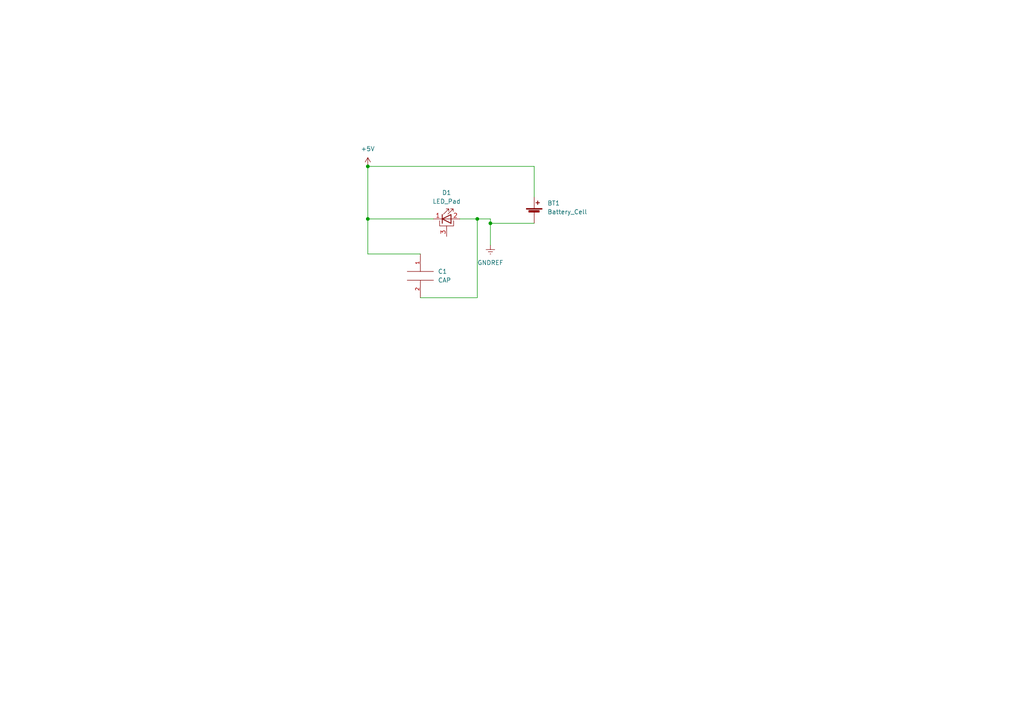
<source format=kicad_sch>
(kicad_sch (version 20211123) (generator eeschema)
  (paper "A4")
  (lib_symbols
    (symbol "Device:Battery_Cell" (pin_numbers hide) (pin_names (offset 0) hide)
      (property "Reference" "BT" (at 2.54 2.54 0))
      (property "Value" "Battery_Cell" (at 2.54 0 0))
      (symbol "Battery_Cell_0_1"
        (rectangle (start -2.286 1.778) (end 2.286 1.524) (fill (type outline)))
        (rectangle (start -1.5748 1.1938) (end 1.4732 0.6858) (fill (type outline)))
        (polyline (pts (xy 0 0.762) (xy 0 0)))
        (polyline (pts (xy 0 1.778) (xy 0 2.54)))
        (polyline (pts (xy 0.508 3.429) (xy 1.524 3.429)) (stroke (width 0.254)))
        (polyline (pts (xy 1.016 3.937) (xy 1.016 2.921)) (stroke (width 0.254)))
      )
      (symbol "Battery_Cell_1_1"
        (pin passive line (at 0 5.08 270) (length 2.54) (name "+") (number "1"))
        (pin passive line (at 0 -2.54 90) (length 2.54) (name "-") (number "2"))
      )
    )
    (symbol "Device:LED_Pad" (pin_names (offset 1.016) hide)
      (property "Reference" "D" (at 0 5.715 0))
      (property "Value" "LED_Pad" (at 0 3.81 0))
      (symbol "LED_Pad_0_1"
        (polyline (pts (xy -1.27 -1.27) (xy -1.27 1.27)) (stroke (width 0.254)))
        (polyline (pts (xy -1.27 0) (xy 1.27 0)))
        (polyline (pts (xy 0 -2.54) (xy 0 -2.032)))
        (polyline (pts (xy -2.032 -0.508) (xy -2.032 -2.032) (xy 2.032 -2.032) (xy 2.032 -0.508)))
        (polyline (pts (xy 1.27 -1.27) (xy 1.27 1.27) (xy -1.27 0) (xy 1.27 -1.27)) (stroke (width 0.254)))
        (polyline (pts (xy -0.889 1.397) (xy 0.635 2.921) (xy -0.127 2.921) (xy 0.635 2.921) (xy 0.635 2.159)))
        (polyline (pts (xy 0.381 1.397) (xy 1.905 2.921) (xy 1.143 2.921) (xy 1.905 2.921) (xy 1.905 2.159)))
      )
      (symbol "LED_Pad_1_1"
        (pin passive line (at -3.81 0 0) (length 2.54) (name "K") (number "1"))
        (pin passive line (at 3.81 0 180) (length 2.54) (name "A") (number "2"))
        (pin passive line (at 0 -5.08 90) (length 2.54) (name "PAD") (number "3"))
      )
    )
    (symbol "power:+5V" (power) (pin_names (offset 0))
      (property "Value" "+5V" (at 0 3.556 0))
      (symbol "+5V_0_1"
        (polyline (pts (xy -0.762 1.27) (xy 0 2.54)))
        (polyline (pts (xy 0 0) (xy 0 2.54)))
        (polyline (pts (xy 0 2.54) (xy 0.762 1.27)))
      )
      (symbol "+5V_1_1"
        (pin power_in line (at 0 0 90) (length 0) hide (name "+5V") (number "1"))
      )
    )
    (symbol "power:GNDREF" (power) (pin_names (offset 0))
      (property "Value" "GNDREF" (at 0 -3.81 0))
      (symbol "GNDREF_0_1"
        (polyline (pts (xy -0.635 -1.905) (xy 0.635 -1.905)))
        (polyline (pts (xy -0.127 -2.54) (xy 0.127 -2.54)))
        (polyline (pts (xy 0 -1.27) (xy 0 0)))
        (polyline (pts (xy 1.27 -1.27) (xy -1.27 -1.27)))
      )
      (symbol "GNDREF_1_1"
        (pin power_in line (at 0 0 270) (length 0) hide (name "GNDREF") (number "1"))
      )
    )
    (symbol "pspice:CAP" (pin_names (offset 0.254))
      (property "Reference" "C" (at 2.54 3.81 90))
      (property "Value" "CAP" (at 2.54 -3.81 90))
      (symbol "CAP_0_1"
        (polyline (pts (xy -3.81 -1.27) (xy 3.81 -1.27)))
        (polyline (pts (xy -3.81 1.27) (xy 3.81 1.27)))
      )
      (symbol "CAP_1_1"
        (pin passive line (at 0 6.35 270) (length 5.08) (name "~") (number "1"))
        (pin passive line (at 0 -6.35 90) (length 5.08) (name "~") (number "2"))
      )
    )
  )
  (junction (at 106.68 63.5))
  (junction (at 142.24 64.77))
  (junction (at 106.68 48.26))
  (junction (at 138.43 63.5))
  (wire (pts (xy 106.68 63.5) (xy 125.73 63.5)))
  (wire (pts (xy 106.68 48.26) (xy 106.68 63.5)))
  (wire (pts (xy 138.43 63.5) (xy 142.24 63.5)))
  (wire (pts (xy 142.24 64.77) (xy 154.94 64.77)))
  (wire (pts (xy 154.94 48.26) (xy 106.68 48.26)))
  (wire (pts (xy 121.92 73.66) (xy 106.68 73.66)))
  (wire (pts (xy 142.24 64.77) (xy 142.24 71.12)))
  (wire (pts (xy 138.43 86.36) (xy 138.43 63.5)))
  (wire (pts (xy 106.68 73.66) (xy 106.68 63.5)))
  (wire (pts (xy 154.94 57.15) (xy 154.94 48.26)))
  (wire (pts (xy 142.24 63.5) (xy 142.24 64.77)))
  (wire (pts (xy 133.35 63.5) (xy 138.43 63.5)))
  (wire (pts (xy 121.92 86.36) (xy 138.43 86.36)))
  (symbol (lib_id "power:+5V") (at 106.68 48.26 0) (unit 1)
    (property "Reference" "#PWR0101" (effects hide))
    (property "Value" "+5V" (at 106.68 43.18 0))
  )
  (symbol (lib_id "Device:Battery_Cell") (at 154.94 62.23 0) (unit 1)
    (property "Reference" "BT1" (at 158.75 58.9279 0) (effects (justify left)))
    (property "Value" "Battery_Cell" (at 158.75 61.4679 0) (effects (justify left)))
    (property "Footprint" "Connector:Banana_Jack_2Pin" (effects hide))
  )
  (symbol (lib_id "power:GNDREF") (at 142.24 71.12 0) (unit 1)
    (property "Reference" "#PWR0102" (effects hide))
    (property "Value" "GNDREF" (at 142.24 76.2 0))
  )
  (symbol (lib_id "pspice:CAP") (at 121.92 80.01 0) (unit 1)
    (property "Reference" "C1" (at 127 78.7399 0) (effects (justify left)))
    (property "Value" "CAP" (at 127 81.2799 0) (effects (justify left)))
    (property "Footprint" "Capacitor_SMD:CP_Elec_5x3" (effects hide))
  )
  (symbol (lib_id "Device:LED_Pad") (at 129.54 63.5 0) (unit 1)
    (property "Reference" "D1" (at 129.54 55.88 0))
    (property "Value" "LED_Pad" (at 129.54 58.42 0))
    (property "Footprint" "LED_SMD:LED_WS2812B_PLCC4_5.0x5.0mm_P3.2mm" (effects hide))
  )
)
</source>
